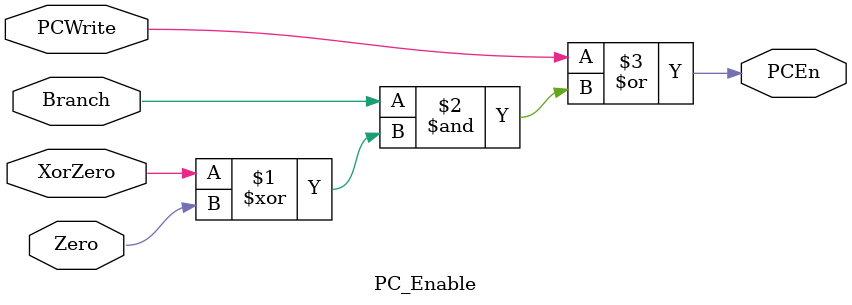
<source format=sv>

module PC_Enable (
	//Inputs
	input   PCWrite,
	input   Branch,
	input   Zero,
    input   XorZero,
	//Output
	output  PCEn
);

	//Declare the output
	assign PCEn = PCWrite | (Branch & (XorZero ^ Zero));

endmodule

</source>
